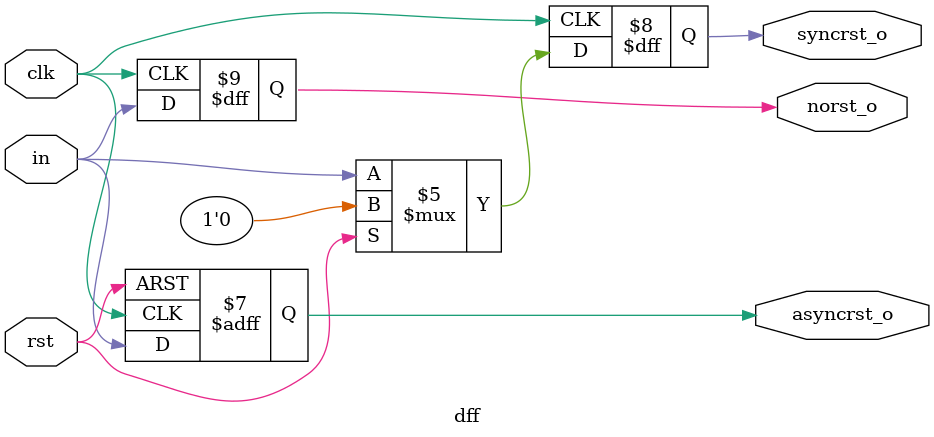
<source format=v>
module dff (clk,rst,in,norst_o,syncrst_o,asyncrst_o);
    input  wire clk;
    input  wire rst;
    input  wire in;
    output reg norst_o;
    output reg syncrst_o;
    output reg asyncrst_o;

    // No reset
    always @(posedge clk)begin
      norst_o <= in;
    end

    // Sync reset
    always @(posedge clk)begin
        if (rst) begin
            syncrst_o <= 1'b0;
        end
        else begin
            syncrst_o <=in;
        end
    end

    // Async reset
    always @(posedge clk or posedge rst)begin
        if (rst) begin
            asyncrst_o <= 1'b0;
        end
        else begin
            asyncrst_o <= in;
        end
    end
endmodule
</source>
